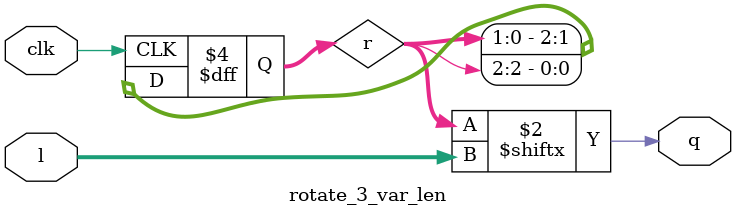
<source format=v>
(* top *)
module rotate_3_var_len (input clk, input [1:0] l, output q);
reg [2:0] r;
initial r = 3'b101;
always @(posedge clk)
    r <= {r[1:0], r[2]};
assign q = r[l];
endmodule

`ifndef _AUTOTB
module __test ;
    wire [4095:0] assert_area = "cd rotate_3_var_len; select t:SRL* -assert-count 0; select t:FD* -assert-count 3";
endmodule
`endif

</source>
